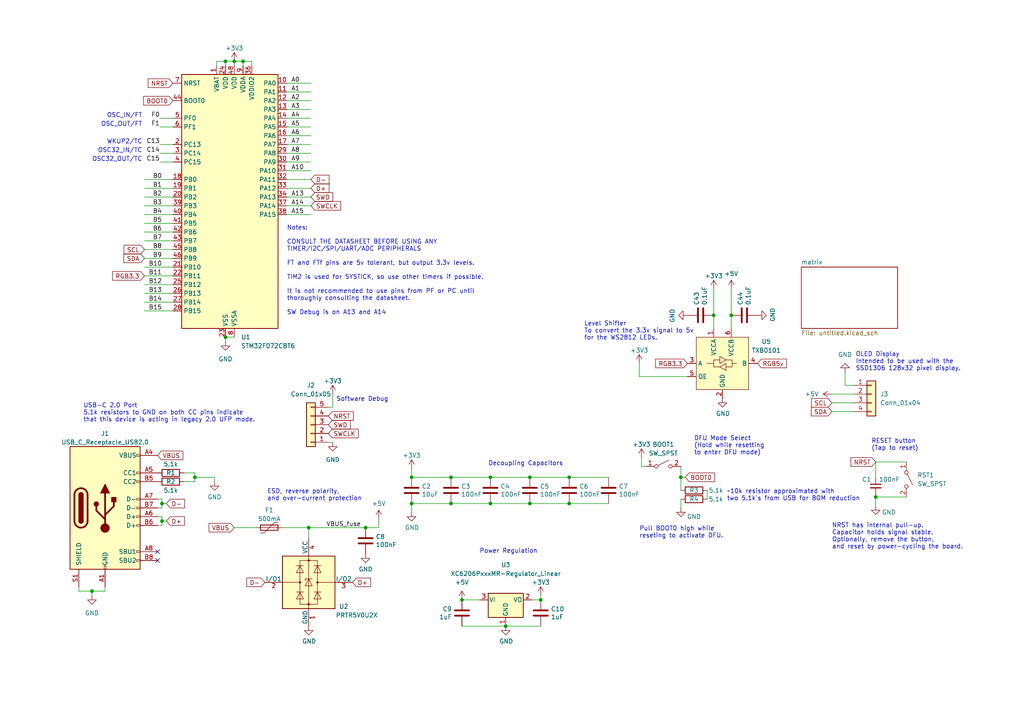
<source format=kicad_sch>
(kicad_sch (version 20231120) (generator "eeschema") (generator_version "8.0")
  (paper "A4")
  (lib_symbols
    (symbol "+5V_1" (power) (pin_names (offset 0))
      (property "Value" "+5V_1" (at 0 3.556 0))
      (symbol "+5V_1_0_1"
        (polyline (pts (xy -0.762 1.27) (xy 0 2.54)))
        (polyline (pts (xy 0 0) (xy 0 2.54)))
        (polyline (pts (xy 0 2.54) (xy 0.762 1.27)))
      )
      (symbol "+5V_1_1_1"
        (pin power_in line (at 0 0 90) (length 0) hide (name "+5V") (number "1"))
      )
    )
    (symbol "Connector:USB_C_Receptacle_USB2.0" (pin_names (offset 1.016))
      (property "Reference" "J" (at -10.16 19.05 0))
      (property "Value" "USB_C_Receptacle_USB2.0" (at 19.05 19.05 0))
      (symbol "USB_C_Receptacle_USB2.0_0_0"
        (rectangle (start -0.254 -17.78) (end 0.254 -16.764))
        (rectangle (start 10.16 -14.986) (end 9.144 -15.494))
        (rectangle (start 10.16 -12.446) (end 9.144 -12.954))
        (rectangle (start 10.16 -4.826) (end 9.144 -5.334))
        (rectangle (start 10.16 -2.286) (end 9.144 -2.794))
        (rectangle (start 10.16 0.254) (end 9.144 -0.254))
        (rectangle (start 10.16 2.794) (end 9.144 2.286))
        (rectangle (start 10.16 7.874) (end 9.144 7.366))
        (rectangle (start 10.16 10.414) (end 9.144 9.906))
        (rectangle (start 10.16 15.494) (end 9.144 14.986))
      )
      (symbol "USB_C_Receptacle_USB2.0_0_1"
        (rectangle (start -10.16 17.78) (end 10.16 -17.78) (stroke (width 0.254)) (fill (type background)))
        (arc (start -8.89 -3.81) (mid -6.985 -5.7067) (end -5.08 -3.81) (stroke (width 0.508)))
        (arc (start -7.62 -3.81) (mid -6.985 -4.4423) (end -6.35 -3.81) (stroke (width 0.254)))
        (arc (start -7.62 -3.81) (mid -6.985 -4.4423) (end -6.35 -3.81) (stroke (width 0.254)) (fill (type outline)))
        (rectangle (start -7.62 -3.81) (end -6.35 3.81) (stroke (width 0.254)) (fill (type outline)))
        (arc (start -6.35 3.81) (mid -6.985 4.4423) (end -7.62 3.81) (stroke (width 0.254)))
        (arc (start -6.35 3.81) (mid -6.985 4.4423) (end -7.62 3.81) (stroke (width 0.254)) (fill (type outline)))
        (arc (start -5.08 3.81) (mid -6.985 5.7067) (end -8.89 3.81) (stroke (width 0.508)))
        (circle (center -2.54 1.143) (radius 0.635) (stroke (width 0.254)) (fill (type outline)))
        (circle (center 0 -5.842) (radius 1.27) (fill (type outline)))
        (polyline (pts (xy -8.89 -3.81) (xy -8.89 3.81)) (stroke (width 0.508)))
        (polyline (pts (xy -5.08 3.81) (xy -5.08 -3.81)) (stroke (width 0.508)))
        (polyline (pts (xy 0 -5.842) (xy 0 4.318)) (stroke (width 0.508)))
        (polyline (pts (xy 0 -3.302) (xy -2.54 -0.762) (xy -2.54 0.508)) (stroke (width 0.508)))
        (polyline (pts (xy 0 -2.032) (xy 2.54 0.508) (xy 2.54 1.778)) (stroke (width 0.508)))
        (polyline (pts (xy -1.27 4.318) (xy 0 6.858) (xy 1.27 4.318) (xy -1.27 4.318)) (stroke (width 0.254)) (fill (type outline)))
        (rectangle (start 1.905 1.778) (end 3.175 3.048) (stroke (width 0.254)) (fill (type outline)))
      )
      (symbol "USB_C_Receptacle_USB2.0_1_1"
        (pin passive line (at 0 -22.86 90) (length 5.08) (name "GND") (number "A1"))
        (pin passive line (at 0 -22.86 90) (length 5.08) hide (name "GND") (number "A12"))
        (pin passive line (at 15.24 15.24 180) (length 5.08) (name "VBUS") (number "A4"))
        (pin bidirectional line (at 15.24 10.16 180) (length 5.08) (name "CC1") (number "A5"))
        (pin bidirectional line (at 15.24 -2.54 180) (length 5.08) (name "D+") (number "A6"))
        (pin bidirectional line (at 15.24 2.54 180) (length 5.08) (name "D-") (number "A7"))
        (pin bidirectional line (at 15.24 -12.7 180) (length 5.08) (name "SBU1") (number "A8"))
        (pin passive line (at 15.24 15.24 180) (length 5.08) hide (name "VBUS") (number "A9"))
        (pin passive line (at 0 -22.86 90) (length 5.08) hide (name "GND") (number "B1"))
        (pin passive line (at 0 -22.86 90) (length 5.08) hide (name "GND") (number "B12"))
        (pin passive line (at 15.24 15.24 180) (length 5.08) hide (name "VBUS") (number "B4"))
        (pin bidirectional line (at 15.24 7.62 180) (length 5.08) (name "CC2") (number "B5"))
        (pin bidirectional line (at 15.24 -5.08 180) (length 5.08) (name "D+") (number "B6"))
        (pin bidirectional line (at 15.24 0 180) (length 5.08) (name "D-") (number "B7"))
        (pin bidirectional line (at 15.24 -15.24 180) (length 5.08) (name "SBU2") (number "B8"))
        (pin passive line (at 15.24 15.24 180) (length 5.08) hide (name "VBUS") (number "B9"))
        (pin passive line (at -7.62 -22.86 90) (length 5.08) (name "SHIELD") (number "S1"))
      )
    )
    (symbol "Connector_Generic:Conn_01x04" (pin_names (offset 1.016) hide)
      (property "Reference" "J" (at 0 5.08 0))
      (property "Value" "Conn_01x04" (at 0 -7.62 0))
      (symbol "Conn_01x04_1_1"
        (rectangle (start -1.27 -4.953) (end 0 -5.207) (stroke (width 0.1524)))
        (rectangle (start -1.27 -2.413) (end 0 -2.667) (stroke (width 0.1524)))
        (rectangle (start -1.27 0.127) (end 0 -0.127) (stroke (width 0.1524)))
        (rectangle (start -1.27 2.667) (end 0 2.413) (stroke (width 0.1524)))
        (rectangle (start -1.27 3.81) (end 1.27 -6.35) (stroke (width 0.254)) (fill (type background)))
        (pin passive line (at -5.08 2.54 0) (length 3.81) (name "Pin_1") (number "1"))
        (pin passive line (at -5.08 0 0) (length 3.81) (name "Pin_2") (number "2"))
        (pin passive line (at -5.08 -2.54 0) (length 3.81) (name "Pin_3") (number "3"))
        (pin passive line (at -5.08 -5.08 0) (length 3.81) (name "Pin_4") (number "4"))
      )
    )
    (symbol "Connector_Generic:Conn_01x05" (pin_names (offset 1.016) hide)
      (property "Reference" "J" (at 0 7.62 0))
      (property "Value" "Conn_01x05" (at 0 -7.62 0))
      (symbol "Conn_01x05_1_1"
        (rectangle (start -1.27 -4.953) (end 0 -5.207) (stroke (width 0.1524)))
        (rectangle (start -1.27 -2.413) (end 0 -2.667) (stroke (width 0.1524)))
        (rectangle (start -1.27 0.127) (end 0 -0.127) (stroke (width 0.1524)))
        (rectangle (start -1.27 2.667) (end 0 2.413) (stroke (width 0.1524)))
        (rectangle (start -1.27 5.207) (end 0 4.953) (stroke (width 0.1524)))
        (rectangle (start -1.27 6.35) (end 1.27 -6.35) (stroke (width 0.254)) (fill (type background)))
        (pin passive line (at -5.08 5.08 0) (length 3.81) (name "Pin_1") (number "1"))
        (pin passive line (at -5.08 2.54 0) (length 3.81) (name "Pin_2") (number "2"))
        (pin passive line (at -5.08 0 0) (length 3.81) (name "Pin_3") (number "3"))
        (pin passive line (at -5.08 -2.54 0) (length 3.81) (name "Pin_4") (number "4"))
        (pin passive line (at -5.08 -5.08 0) (length 3.81) (name "Pin_5") (number "5"))
      )
    )
    (symbol "Device:C" (pin_numbers hide) (pin_names (offset 0.254))
      (property "Reference" "C" (at 0.635 2.54 0))
      (property "Value" "C" (at 0.635 -2.54 0))
      (symbol "C_0_1"
        (polyline (pts (xy -2.032 -0.762) (xy 2.032 -0.762)) (stroke (width 0.508)))
        (polyline (pts (xy -2.032 0.762) (xy 2.032 0.762)) (stroke (width 0.508)))
      )
      (symbol "C_1_1"
        (pin passive line (at 0 3.81 270) (length 2.794) (name "~") (number "1"))
        (pin passive line (at 0 -3.81 90) (length 2.794) (name "~") (number "2"))
      )
    )
    (symbol "Device:C_Small" (pin_numbers hide) (pin_names (offset 0.254) hide)
      (property "Reference" "C" (at 0.254 1.778 0))
      (property "Value" "C_Small" (at 0.254 -2.032 0))
      (symbol "C_Small_0_1"
        (polyline (pts (xy -1.524 -0.508) (xy 1.524 -0.508)) (stroke (width 0.3302)))
        (polyline (pts (xy -1.524 0.508) (xy 1.524 0.508)) (stroke (width 0.3048)))
      )
      (symbol "C_Small_1_1"
        (pin passive line (at 0 2.54 270) (length 2.032) (name "~") (number "1"))
        (pin passive line (at 0 -2.54 90) (length 2.032) (name "~") (number "2"))
      )
    )
    (symbol "Device:Polyfuse" (pin_numbers hide) (pin_names (offset 0))
      (property "Reference" "F" (at -2.54 0 90))
      (property "Value" "Polyfuse" (at 2.54 0 90))
      (symbol "Polyfuse_0_1"
        (rectangle (start -0.762 2.54) (end 0.762 -2.54) (stroke (width 0.254)))
        (polyline (pts (xy 0 2.54) (xy 0 -2.54)))
        (polyline (pts (xy -1.524 2.54) (xy -1.524 1.524) (xy 1.524 -1.524) (xy 1.524 -2.54)))
      )
      (symbol "Polyfuse_1_1"
        (pin passive line (at 0 3.81 270) (length 1.27) (name "~") (number "1"))
        (pin passive line (at 0 -3.81 90) (length 1.27) (name "~") (number "2"))
      )
    )
    (symbol "Device:R" (pin_numbers hide) (pin_names (offset 0))
      (property "Reference" "R" (at 2.032 0 90))
      (property "Value" "R" (at 0 0 90))
      (symbol "R_0_1"
        (rectangle (start -1.016 -2.54) (end 1.016 2.54) (stroke (width 0.254)))
      )
      (symbol "R_1_1"
        (pin passive line (at 0 3.81 270) (length 1.27) (name "~") (number "1"))
        (pin passive line (at 0 -3.81 90) (length 1.27) (name "~") (number "2"))
      )
    )
    (symbol "MCU_ST_STM32F0:STM32F072CBTx"
      (property "Reference" "U" (at -12.7 39.37 0))
      (property "Value" "STM32F072CBTx" (at 10.16 39.37 0))
      (symbol "STM32F072CBTx_0_1"
        (rectangle (start -12.7 -35.56) (end 15.24 38.1) (stroke (width 0.254)) (fill (type background)))
      )
      (symbol "STM32F072CBTx_1_1"
        (pin power_in line (at -2.54 40.64 270) (length 2.54) (name "VBAT") (number "1"))
        (pin bidirectional line (at 17.78 35.56 180) (length 2.54) (name "PA0") (number "10"))
        (pin bidirectional line (at 17.78 33.02 180) (length 2.54) (name "PA1") (number "11"))
        (pin bidirectional line (at 17.78 30.48 180) (length 2.54) (name "PA2") (number "12"))
        (pin bidirectional line (at 17.78 27.94 180) (length 2.54) (name "PA3") (number "13"))
        (pin bidirectional line (at 17.78 25.4 180) (length 2.54) (name "PA4") (number "14"))
        (pin bidirectional line (at 17.78 22.86 180) (length 2.54) (name "PA5") (number "15"))
        (pin bidirectional line (at 17.78 20.32 180) (length 2.54) (name "PA6") (number "16"))
        (pin bidirectional line (at 17.78 17.78 180) (length 2.54) (name "PA7") (number "17"))
        (pin bidirectional line (at -15.24 7.62 0) (length 2.54) (name "PB0") (number "18"))
        (pin bidirectional line (at -15.24 5.08 0) (length 2.54) (name "PB1") (number "19"))
        (pin bidirectional line (at -15.24 17.78 0) (length 2.54) (name "PC13") (number "2"))
        (pin bidirectional line (at -15.24 2.54 0) (length 2.54) (name "PB2") (number "20"))
        (pin bidirectional line (at -15.24 -17.78 0) (length 2.54) (name "PB10") (number "21"))
        (pin bidirectional line (at -15.24 -20.32 0) (length 2.54) (name "PB11") (number "22"))
        (pin power_in line (at 0 -38.1 90) (length 2.54) (name "VSS") (number "23"))
        (pin power_in line (at 0 40.64 270) (length 2.54) (name "VDD") (number "24"))
        (pin bidirectional line (at -15.24 -22.86 0) (length 2.54) (name "PB12") (number "25"))
        (pin bidirectional line (at -15.24 -25.4 0) (length 2.54) (name "PB13") (number "26"))
        (pin bidirectional line (at -15.24 -27.94 0) (length 2.54) (name "PB14") (number "27"))
        (pin bidirectional line (at -15.24 -30.48 0) (length 2.54) (name "PB15") (number "28"))
        (pin bidirectional line (at 17.78 15.24 180) (length 2.54) (name "PA8") (number "29"))
        (pin bidirectional line (at -15.24 15.24 0) (length 2.54) (name "PC14") (number "3"))
        (pin bidirectional line (at 17.78 12.7 180) (length 2.54) (name "PA9") (number "30"))
        (pin bidirectional line (at 17.78 10.16 180) (length 2.54) (name "PA10") (number "31"))
        (pin bidirectional line (at 17.78 7.62 180) (length 2.54) (name "PA11") (number "32"))
        (pin bidirectional line (at 17.78 5.08 180) (length 2.54) (name "PA12") (number "33"))
        (pin bidirectional line (at 17.78 2.54 180) (length 2.54) (name "PA13") (number "34"))
        (pin passive line (at 0 -38.1 90) (length 2.54) hide (name "VSS") (number "35"))
        (pin power_in line (at 7.62 40.64 270) (length 2.54) (name "VDDIO2") (number "36"))
        (pin bidirectional line (at 17.78 0 180) (length 2.54) (name "PA14") (number "37"))
        (pin bidirectional line (at 17.78 -2.54 180) (length 2.54) (name "PA15") (number "38"))
        (pin bidirectional line (at -15.24 0 0) (length 2.54) (name "PB3") (number "39"))
        (pin bidirectional line (at -15.24 12.7 0) (length 2.54) (name "PC15") (number "4"))
        (pin bidirectional line (at -15.24 -2.54 0) (length 2.54) (name "PB4") (number "40"))
        (pin bidirectional line (at -15.24 -5.08 0) (length 2.54) (name "PB5") (number "41"))
        (pin bidirectional line (at -15.24 -7.62 0) (length 2.54) (name "PB6") (number "42"))
        (pin bidirectional line (at -15.24 -10.16 0) (length 2.54) (name "PB7") (number "43"))
        (pin input line (at -15.24 30.48 0) (length 2.54) (name "BOOT0") (number "44"))
        (pin bidirectional line (at -15.24 -12.7 0) (length 2.54) (name "PB8") (number "45"))
        (pin bidirectional line (at -15.24 -15.24 0) (length 2.54) (name "PB9") (number "46"))
        (pin passive line (at 0 -38.1 90) (length 2.54) hide (name "VSS") (number "47"))
        (pin power_in line (at 2.54 40.64 270) (length 2.54) (name "VDD") (number "48"))
        (pin bidirectional line (at -15.24 25.4 0) (length 2.54) (name "PF0") (number "5"))
        (pin bidirectional line (at -15.24 22.86 0) (length 2.54) (name "PF1") (number "6"))
        (pin input line (at -15.24 35.56 0) (length 2.54) (name "NRST") (number "7"))
        (pin power_in line (at 2.54 -38.1 90) (length 2.54) (name "VSSA") (number "8"))
        (pin power_in line (at 5.08 40.64 270) (length 2.54) (name "VDDA") (number "9"))
      )
    )
    (symbol "PCM_marbastlib-various:TXB0101"
      (property "Reference" "U" (at -6.35 11.43 0))
      (property "Value" "TXB0101" (at 3.81 11.43 0))
      (symbol "TXB0101_0_1"
        (rectangle (start -7.62 10.16) (end 7.62 -5.08) (fill (type background)))
        (polyline (pts (xy -2.54 2.54) (xy -2.54 3.556) (xy -0.762 3.556)))
        (polyline (pts (xy 2.794 2.54) (xy 2.794 1.524) (xy 1.016 1.524)))
        (polyline (pts (xy -0.762 1.524) (xy -2.54 1.524) (xy -2.54 2.54) (xy -4.572 2.54)))
        (polyline (pts (xy -0.762 2.54) (xy -0.762 4.572) (xy 1.016 3.556) (xy -0.762 2.54)))
        (polyline (pts (xy 1.016 3.556) (xy 2.794 3.556) (xy 2.794 2.54) (xy 4.064 2.54)))
        (polyline (pts (xy 1.016 2.54) (xy 1.016 0.762) (xy 1.016 0.508) (xy -0.762 1.524) (xy 1.016 2.54)))
      )
      (symbol "TXB0101_1_1"
        (pin power_in line (at -2.54 12.7 270) (length 2.54) (name "VCCA") (number "1"))
        (pin power_in line (at 0 -7.62 90) (length 2.54) (name "GND") (number "2"))
        (pin bidirectional line (at -10.16 2.54 0) (length 2.54) (name "A") (number "3"))
        (pin bidirectional line (at 10.16 2.54 180) (length 2.54) (name "B") (number "4"))
        (pin input line (at -10.16 -1.27 0) (length 2.54) (name "OE") (number "5"))
        (pin power_in line (at 2.54 12.7 270) (length 2.54) (name "VCCB") (number "6"))
      )
    )
    (symbol "Power_Protection:PRTR5V0U2X" (pin_names (offset 0))
      (property "Reference" "D" (at 2.794 8.636 0))
      (property "Value" "PRTR5V0U2X" (at 8.128 -9.398 0))
      (symbol "PRTR5V0U2X_0_1"
        (rectangle (start -7.62 -7.62) (end 7.62 7.62) (stroke (width 0.254)) (fill (type background)))
        (circle (center -2.54 0) (radius 0.254) (fill (type outline)))
        (rectangle (start -2.54 6.35) (end 2.54 -6.35))
        (circle (center 0 -6.35) (radius 0.254) (fill (type outline)))
        (polyline (pts (xy -2.54 0) (xy -7.62 0)))
        (polyline (pts (xy -1.524 -2.794) (xy -3.556 -2.794)))
        (polyline (pts (xy -1.524 4.826) (xy -3.556 4.826)))
        (polyline (pts (xy 0 -7.62) (xy 0 7.62)))
        (polyline (pts (xy 1.524 -2.794) (xy 3.556 -2.794)))
        (polyline (pts (xy 1.524 4.826) (xy 3.556 4.826)))
        (polyline (pts (xy 2.54 0) (xy 7.62 0)))
        (polyline (pts (xy 1.016 1.016) (xy -1.016 1.016) (xy -1.016 0.508)))
        (polyline (pts (xy -3.556 -4.826) (xy -1.524 -4.826) (xy -2.54 -2.794) (xy -3.556 -4.826)))
        (polyline (pts (xy -3.556 2.794) (xy -1.524 2.794) (xy -2.54 4.826) (xy -3.556 2.794)))
        (polyline (pts (xy -1.016 -1.016) (xy 1.016 -1.016) (xy 0 1.016) (xy -1.016 -1.016)))
        (polyline (pts (xy 3.556 -4.826) (xy 1.524 -4.826) (xy 2.54 -2.794) (xy 3.556 -4.826)))
        (polyline (pts (xy 3.556 2.794) (xy 1.524 2.794) (xy 2.54 4.826) (xy 3.556 2.794)))
        (circle (center 0 6.35) (radius 0.254) (fill (type outline)))
        (circle (center 2.54 0) (radius 0.254) (fill (type outline)))
      )
      (symbol "PRTR5V0U2X_1_1"
        (pin passive line (at 0 -12.7 90) (length 5.08) (name "GND") (number "1"))
        (pin passive line (at -12.7 0 0) (length 5.08) (name "I/O1") (number "2"))
        (pin passive line (at 12.7 0 180) (length 5.08) (name "I/O2") (number "3"))
        (pin passive line (at 0 12.7 270) (length 5.08) (name "VCC") (number "4"))
      )
    )
    (symbol "Switch:SW_SPST" (pin_names (offset 0) hide)
      (property "Reference" "SW" (at 0 3.175 0))
      (property "Value" "SW_SPST" (at 0 -2.54 0))
      (symbol "SW_SPST_0_0"
        (circle (center -2.032 0) (radius 0.508))
        (polyline (pts (xy -1.524 0.254) (xy 1.524 1.778)))
        (circle (center 2.032 0) (radius 0.508))
      )
      (symbol "SW_SPST_1_1"
        (pin passive line (at -5.08 0 0) (length 2.54) (name "A") (number "1"))
        (pin passive line (at 5.08 0 180) (length 2.54) (name "B") (number "2"))
      )
    )
    (symbol "kicad-keyboard-parts:XC6206PxxxMR-Regulator_Linear" (pin_names (offset 0.254))
      (property "Reference" "U" (at -3.81 3.175 0))
      (property "Value" "XC6206PxxxMR-Regulator_Linear" (at 0 3.175 0))
      (property "LCSC" "C5446" (at 0 0 0))
      (symbol "XC6206PxxxMR-Regulator_Linear_0_1"
        (rectangle (start -5.08 1.905) (end 5.08 -5.08) (stroke (width 0.254)) (fill (type background)))
      )
      (symbol "XC6206PxxxMR-Regulator_Linear_1_1"
        (pin power_in line (at 0 -7.62 90) (length 2.54) (name "GND") (number "1"))
        (pin power_out line (at 7.62 0 180) (length 2.54) (name "VO") (number "2"))
        (pin power_in line (at -7.62 0 0) (length 2.54) (name "VI") (number "3"))
      )
    )
    (symbol "power:+3V3" (power) (pin_names (offset 0))
      (property "Value" "+3V3" (at 0 3.556 0))
      (symbol "+3V3_0_1"
        (polyline (pts (xy -0.762 1.27) (xy 0 2.54)))
        (polyline (pts (xy 0 0) (xy 0 2.54)))
        (polyline (pts (xy 0 2.54) (xy 0.762 1.27)))
      )
      (symbol "+3V3_1_1"
        (pin power_in line (at 0 0 90) (length 0) hide (name "+3V3") (number "1"))
      )
    )
    (symbol "power:+5V" (power) (pin_names (offset 0))
      (property "Value" "+5V" (at 0 3.556 0))
      (symbol "+5V_0_1"
        (polyline (pts (xy -0.762 1.27) (xy 0 2.54)))
        (polyline (pts (xy 0 0) (xy 0 2.54)))
        (polyline (pts (xy 0 2.54) (xy 0.762 1.27)))
      )
      (symbol "+5V_1_1"
        (pin power_in line (at 0 0 90) (length 0) hide (name "+5V") (number "1"))
      )
    )
    (symbol "power:GND" (power) (pin_names (offset 0))
      (property "Value" "GND" (at 0 -3.81 0))
      (symbol "GND_0_1"
        (polyline (pts (xy 0 0) (xy 0 -1.27) (xy 1.27 -1.27) (xy 0 -2.54) (xy -1.27 -1.27) (xy 0 -1.27)))
      )
      (symbol "GND_1_1"
        (pin power_in line (at 0 0 270) (length 0) hide (name "GND") (number "1"))
      )
    )
  )
  (junction (at 119.38 138.43))
  (junction (at 207.01 91.44))
  (junction (at 56.515 138.43))
  (junction (at 65.405 17.78))
  (junction (at 67.945 17.78))
  (junction (at 46.99 151.13))
  (junction (at 46.99 146.05))
  (junction (at 153.67 138.43))
  (junction (at 89.535 153.035))
  (junction (at 119.38 146.05))
  (junction (at 65.405 97.79))
  (junction (at 130.81 138.43))
  (junction (at 165.1 138.43))
  (junction (at 130.81 146.05))
  (junction (at 197.485 138.43))
  (junction (at 212.09 91.44))
  (junction (at 142.24 138.43))
  (junction (at 146.685 181.61) (diameter 0.9144))
  (junction (at 142.24 146.05))
  (junction (at 106.045 153.035))
  (junction (at 165.1 146.05))
  (junction (at 70.485 17.78))
  (junction (at 153.67 146.05))
  (junction (at 254 144.145))
  (junction (at 156.845 173.99))
  (junction (at 26.67 171.45))
  (junction (at 133.985 173.99))
  (no_connect (at 45.72 160.02))
  (no_connect (at 45.72 162.56))
  (wire (pts (xy 41.91 82.55) (xy 50.165 82.55)))
  (wire (pts (xy 83.185 44.45) (xy 90.17 44.45)))
  (wire (pts (xy 83.185 39.37) (xy 90.17 39.37)))
  (wire (pts (xy 165.1 146.05) (xy 176.53 146.05)))
  (wire (pts (xy 106.045 153.035) (xy 109.855 153.035)))
  (wire (pts (xy 119.38 135.89) (xy 119.38 138.43)))
  (wire (pts (xy 109.855 150.495) (xy 109.855 153.035)))
  (wire (pts (xy 41.91 85.09) (xy 50.165 85.09)))
  (wire (pts (xy 142.24 138.43) (xy 130.81 138.43)))
  (wire (pts (xy 46.99 144.78) (xy 46.99 146.05)))
  (wire (pts (xy 62.23 138.43) (xy 62.23 139.7)))
  (wire (pts (xy 207.01 83.82) (xy 207.01 91.44)))
  (wire (pts (xy 83.185 57.15) (xy 90.17 57.15)))
  (wire (pts (xy 46.99 152.4) (xy 46.99 151.13)))
  (wire (pts (xy 46.355 44.45) (xy 50.165 44.45)))
  (wire (pts (xy 130.81 138.43) (xy 119.38 138.43)))
  (wire (pts (xy 142.24 146.05) (xy 153.67 146.05)))
  (wire (pts (xy 96.52 114.3) (xy 96.52 118.11)))
  (wire (pts (xy 65.405 17.78) (xy 65.405 19.05)))
  (wire (pts (xy 119.38 148.59) (xy 119.38 146.05)))
  (wire (pts (xy 83.185 54.61) (xy 90.17 54.61)))
  (wire (pts (xy 185.42 109.22) (xy 199.39 109.22)))
  (wire (pts (xy 41.91 59.69) (xy 50.165 59.69)))
  (wire (pts (xy 46.355 36.83) (xy 50.165 36.83)))
  (wire (pts (xy 56.515 139.7) (xy 56.515 138.43)))
  (wire (pts (xy 41.91 72.39) (xy 50.165 72.39)))
  (wire (pts (xy 46.355 46.99) (xy 50.165 46.99)))
  (wire (pts (xy 41.91 69.85) (xy 50.165 69.85)))
  (wire (pts (xy 146.685 181.61) (xy 156.845 181.61)))
  (wire (pts (xy 197.485 135.255) (xy 197.485 138.43)))
  (wire (pts (xy 65.405 99.06) (xy 65.405 97.79)))
  (wire (pts (xy 45.72 149.86) (xy 46.99 149.86)))
  (wire (pts (xy 56.515 138.43) (xy 62.23 138.43)))
  (wire (pts (xy 156.845 172.72) (xy 156.845 173.99)))
  (wire (pts (xy 83.185 62.23) (xy 90.17 62.23)))
  (wire (pts (xy 65.405 97.79) (xy 67.945 97.79)))
  (wire (pts (xy 241.3 119.38) (xy 247.65 119.38)))
  (wire (pts (xy 83.185 49.53) (xy 90.17 49.53)))
  (wire (pts (xy 153.67 138.43) (xy 165.1 138.43)))
  (wire (pts (xy 96.52 118.11) (xy 95.25 118.11)))
  (wire (pts (xy 62.865 17.78) (xy 65.405 17.78)))
  (wire (pts (xy 83.185 34.29) (xy 90.17 34.29)))
  (wire (pts (xy 41.91 80.01) (xy 50.165 80.01)))
  (wire (pts (xy 205.105 142.24) (xy 205.105 144.78)))
  (wire (pts (xy 41.91 87.63) (xy 50.165 87.63)))
  (wire (pts (xy 41.91 57.15) (xy 50.165 57.15)))
  (wire (pts (xy 46.99 146.05) (xy 46.99 147.32)))
  (wire (pts (xy 83.185 59.69) (xy 90.17 59.69)))
  (wire (pts (xy 65.405 17.78) (xy 67.945 17.78)))
  (wire (pts (xy 185.42 109.22) (xy 185.42 105.41)))
  (wire (pts (xy 212.09 83.82) (xy 212.09 91.44)))
  (wire (pts (xy 62.865 17.78) (xy 62.865 19.05)))
  (wire (pts (xy 46.355 41.91) (xy 50.165 41.91)))
  (wire (pts (xy 133.985 173.99) (xy 139.065 173.99)))
  (wire (pts (xy 154.305 173.99) (xy 156.845 173.99)))
  (wire (pts (xy 67.945 153.035) (xy 74.295 153.035)))
  (wire (pts (xy 142.24 146.05) (xy 130.81 146.05)))
  (wire (pts (xy 41.91 54.61) (xy 50.165 54.61)))
  (wire (pts (xy 254 133.985) (xy 254 138.43)))
  (wire (pts (xy 197.485 138.43) (xy 197.485 142.24)))
  (wire (pts (xy 45.72 147.32) (xy 46.99 147.32)))
  (wire (pts (xy 197.485 144.78) (xy 197.485 147.32)))
  (wire (pts (xy 254 133.985) (xy 262.89 133.985)))
  (wire (pts (xy 130.81 146.05) (xy 119.38 146.05)))
  (wire (pts (xy 83.185 24.13) (xy 90.17 24.13)))
  (wire (pts (xy 254 144.145) (xy 262.89 144.145)))
  (wire (pts (xy 30.48 171.45) (xy 30.48 170.18)))
  (wire (pts (xy 46.99 149.86) (xy 46.99 151.13)))
  (wire (pts (xy 241.3 114.3) (xy 247.65 114.3)))
  (wire (pts (xy 95.25 128.27) (xy 96.52 128.27)))
  (wire (pts (xy 83.185 29.21) (xy 90.17 29.21)))
  (wire (pts (xy 22.86 171.45) (xy 26.67 171.45)))
  (wire (pts (xy 89.535 153.035) (xy 106.045 153.035)))
  (wire (pts (xy 83.185 46.99) (xy 90.17 46.99)))
  (wire (pts (xy 142.24 138.43) (xy 153.67 138.43)))
  (wire (pts (xy 197.485 138.43) (xy 198.755 138.43)))
  (wire (pts (xy 46.99 146.05) (xy 48.26 146.05)))
  (wire (pts (xy 70.485 17.78) (xy 67.945 17.78)))
  (wire (pts (xy 41.91 67.31) (xy 50.165 67.31)))
  (wire (pts (xy 46.99 151.13) (xy 48.26 151.13)))
  (wire (pts (xy 73.025 17.78) (xy 73.025 19.05)))
  (wire (pts (xy 83.185 36.83) (xy 90.17 36.83)))
  (wire (pts (xy 247.65 111.76) (xy 245.11 111.76)))
  (wire (pts (xy 41.91 52.07) (xy 50.165 52.07)))
  (wire (pts (xy 146.685 181.61) (xy 133.985 181.61)))
  (wire (pts (xy 41.91 90.17) (xy 50.165 90.17)))
  (wire (pts (xy 41.91 74.93) (xy 50.165 74.93)))
  (wire (pts (xy 45.72 144.78) (xy 46.99 144.78)))
  (wire (pts (xy 83.185 31.75) (xy 90.17 31.75)))
  (wire (pts (xy 67.945 17.78) (xy 67.945 19.05)))
  (wire (pts (xy 187.325 135.255) (xy 186.055 135.255)))
  (wire (pts (xy 165.1 138.43) (xy 176.53 138.43)))
  (wire (pts (xy 26.67 171.45) (xy 30.48 171.45)))
  (wire (pts (xy 45.72 152.4) (xy 46.99 152.4)))
  (wire (pts (xy 207.01 91.44) (xy 207.01 95.25)))
  (wire (pts (xy 83.185 52.07) (xy 90.17 52.07)))
  (wire (pts (xy 46.355 34.29) (xy 50.165 34.29)))
  (wire (pts (xy 26.67 172.72) (xy 26.67 171.45)))
  (wire (pts (xy 41.91 77.47) (xy 50.165 77.47)))
  (wire (pts (xy 245.11 111.76) (xy 245.11 107.95)))
  (wire (pts (xy 70.485 17.78) (xy 70.485 19.05)))
  (wire (pts (xy 186.055 135.255) (xy 186.055 132.715)))
  (wire (pts (xy 53.34 139.7) (xy 56.515 139.7)))
  (wire (pts (xy 83.185 41.91) (xy 90.17 41.91)))
  (wire (pts (xy 153.67 146.05) (xy 165.1 146.05)))
  (wire (pts (xy 22.86 170.18) (xy 22.86 171.45)))
  (wire (pts (xy 254 144.145) (xy 254 143.51)))
  (wire (pts (xy 212.09 91.44) (xy 212.09 95.25)))
  (wire (pts (xy 53.34 137.16) (xy 56.515 137.16)))
  (wire (pts (xy 41.91 62.23) (xy 50.165 62.23)))
  (wire (pts (xy 254 146.685) (xy 254 144.145)))
  (wire (pts (xy 89.535 153.035) (xy 89.535 156.21)))
  (wire (pts (xy 241.3 116.84) (xy 247.65 116.84)))
  (wire (pts (xy 81.915 153.035) (xy 89.535 153.035)))
  (wire (pts (xy 56.515 138.43) (xy 56.515 137.16)))
  (wire (pts (xy 83.185 26.67) (xy 90.17 26.67)))
  (wire (pts (xy 41.91 64.77) (xy 50.165 64.77)))
  (wire (pts (xy 70.485 17.78) (xy 73.025 17.78)))
  (text "Decoupling Capacitors" (at 141.605 135.255 0) (effects (font (size 1.27 1.27)) (justify left bottom)))
  (text "~10k resistor approximated with\ntwo 5.1k's from USB for BOM reduction" (at 210.82 145.415 0) (effects (font (size 1.27 1.27)) (justify left bottom)))
  (text "Notes:\n\nCONSULT THE DATASHEET BEFORE USING ANY \nTIMER/I2C/SPI/UART/ADC PERIPHERALS\n\nFT and FTf pins are 5v tolerant, but output 3.3v levels.\n\nTIM2 is used for SYSTICK, so use other timers if possible.\n\nIt is not recommended to use pins from PF or PC until\nthoroughly consulting the datasheet.\n\nSW Debug is on A13 and A14" (at 83.185 91.44 0) (effects (font (size 1.27 1.27)) (justify left bottom)))
  (text "RESET button\n(Tap to reset)" (at 252.73 130.81 0) (effects (font (size 1.27 1.27)) (justify left bottom)))
  (text "Power Regulation" (at 139.065 160.655 0) (effects (font (size 1.27 1.27)) (justify left bottom)))
  (text "OSC_IN/FT" (at 41.275 34.29 0) (effects (font (size 1.27 1.27)) (justify right bottom)))
  (text "OLED Display\nIntended to be used with the \nSSD1306 128x32 pixel display." (at 248.158 107.696 0) (effects (font (size 1.27 1.27)) (justify left bottom)))
  (text "OSC32_OUT/TC" (at 41.275 46.99 0) (effects (font (size 1.27 1.27)) (justify right bottom)))
  (text "USB-C 2.0 Port\n5.1k resistors to GND on both CC pins indicate\nthat this device is acting in legacy 2.0 UFP mode." (at 24.13 122.555 0) (effects (font (size 1.27 1.27)) (justify left bottom)))
  (text "WKUP2/TC" (at 41.275 41.91 0) (effects (font (size 1.27 1.27)) (justify right bottom)))
  (text "OSC_OUT/FT" (at 41.275 36.83 0) (effects (font (size 1.27 1.27)) (justify right bottom)))
  (text "ESD, reverse polarity,\nand over-current protection" (at 77.47 145.415 0) (effects (font (size 1.27 1.27)) (justify left bottom)))
  (text "Software Debug" (at 97.536 116.586 0) (effects (font (size 1.27 1.27)) (justify left bottom)))
  (text "NRST has internal pull-up.\nCapacitor holds signal stable.\nOptionally, remove the button,\nand reset by power-cycling the board." (at 241.3 159.385 0) (effects (font (size 1.27 1.27)) (justify left bottom)))
  (text "OSC32_IN/TC" (at 41.275 44.45 0) (effects (font (size 1.27 1.27)) (justify right bottom)))
  (text "Pull BOOT0 high while \nreseting to activate DFU." (at 185.42 156.21 0) (effects (font (size 1.27 1.27)) (justify left bottom)))
  (text "Level Shifter\nTo convert the 3.3v signal to 5v\nfor the WS2812 LEDs." (at 169.418 98.806 0) (effects (font (size 1.27 1.27)) (justify left bottom)))
  (text "DFU Mode Select\n(Hold while resetting\nto enter DFU mode)" (at 201.295 132.08 0) (effects (font (size 1.27 1.27)) (justify left bottom)))
  (label "A0" (at 84.455 24.13 0))
  (label "B11" (at 46.99 80.01 180))
  (label "C13" (at 46.355 41.91 180))
  (label "A6" (at 84.455 39.37 0))
  (label "B4" (at 46.99 62.23 180))
  (label "A7" (at 84.455 41.91 0))
  (label "A4" (at 84.455 34.29 0))
  (label "B2" (at 46.99 57.15 180))
  (label "B8" (at 46.99 72.39 180))
  (label "F0" (at 46.355 34.29 180))
  (label "B13" (at 46.99 85.09 180))
  (label "A3" (at 84.455 31.75 0))
  (label "A10" (at 84.455 49.53 0))
  (label "A9" (at 84.455 46.99 0))
  (label "C14" (at 46.355 44.45 180))
  (label "A2" (at 84.455 29.21 0))
  (label "B5" (at 46.99 64.77 180))
  (label "B0" (at 46.99 52.07 180))
  (label "F1" (at 46.355 36.83 180))
  (label "C15" (at 46.355 46.99 180))
  (label "A8" (at 84.455 44.45 0))
  (label "B1" (at 46.99 54.61 180))
  (label "B7" (at 46.99 69.85 180))
  (label "B10" (at 46.99 77.47 180))
  (label "B9" (at 46.99 74.93 180))
  (label "B6" (at 46.99 67.31 180))
  (label "A13" (at 84.455 57.15 0))
  (label "VBUS_fuse" (at 94.615 153.035 0))
  (label "A1" (at 84.455 26.67 0))
  (label "B3" (at 46.99 59.69 180))
  (label "B15" (at 46.99 90.17 180))
  (label "A5" (at 84.455 36.83 0))
  (label "B14" (at 46.99 87.63 180))
  (label "A15" (at 84.455 62.23 0))
  (label "A14" (at 84.455 59.69 0))
  (label "B12" (at 46.99 82.55 180))
  (global_label "RGB5v" (shape input) (at 219.71 105.41 0) (property "Intersheetrefs" "${INTERSHEET_REFS}" (effects (hide yes))))
  (global_label "SDA" (shape input) (at 41.91 74.93 180) (property "Intersheetrefs" "${INTERSHEET_REFS}" (effects (hide yes))))
  (global_label "SWD" (shape input) (at 90.17 57.15 0) (property "Intersheetrefs" "${INTERSHEET_REFS}" (effects (hide yes))))
  (global_label "RGB3.3" (shape input) (at 199.39 105.41 180) (property "Intersheetrefs" "${INTERSHEET_REFS}" (effects (hide yes))))
  (global_label "SWCLK" (shape input) (at 95.25 125.73 0) (property "Intersheetrefs" "${INTERSHEET_REFS}" (effects (hide yes))))
  (global_label "NRST" (shape input) (at 254 133.985 180) (property "Intersheetrefs" "${INTERSHEET_REFS}" (effects (hide yes))))
  (global_label "SCL" (shape input) (at 41.91 72.39 180) (property "Intersheetrefs" "${INTERSHEET_REFS}" (effects (hide yes))))
  (global_label "VBUS" (shape input) (at 45.72 132.08 0) (property "Intersheetrefs" "${INTERSHEET_REFS}" (effects (hide yes))))
  (global_label "BOOT0" (shape input) (at 198.755 138.43 0) (property "Intersheetrefs" "${INTERSHEET_REFS}" (effects (hide yes))))
  (global_label "SDA" (shape input) (at 241.3 119.38 180) (property "Intersheetrefs" "${INTERSHEET_REFS}" (effects (hide yes))))
  (global_label "BOOT0" (shape input) (at 50.165 29.21 180) (property "Intersheetrefs" "${INTERSHEET_REFS}" (effects (hide yes))))
  (global_label "SWD" (shape input) (at 95.25 123.19 0) (property "Intersheetrefs" "${INTERSHEET_REFS}" (effects (hide yes))))
  (global_label "NRST" (shape input) (at 95.25 120.65 0) (property "Intersheetrefs" "${INTERSHEET_REFS}" (effects (hide yes))))
  (global_label "D-" (shape input) (at 48.26 146.05 0) (property "Intersheetrefs" "${INTERSHEET_REFS}" (effects (hide yes))))
  (global_label "NRST" (shape input) (at 50.165 24.13 180) (property "Intersheetrefs" "${INTERSHEET_REFS}" (effects (hide yes))))
  (global_label "SCL" (shape input) (at 241.3 116.84 180) (property "Intersheetrefs" "${INTERSHEET_REFS}" (effects (hide yes))))
  (global_label "RGB3.3" (shape input) (at 41.91 80.01 180) (property "Intersheetrefs" "${INTERSHEET_REFS}" (effects (hide yes))))
  (global_label "D-" (shape input) (at 90.17 52.07 0) (property "Intersheetrefs" "${INTERSHEET_REFS}" (effects (hide yes))))
  (global_label "SWCLK" (shape input) (at 90.17 59.69 0) (property "Intersheetrefs" "${INTERSHEET_REFS}" (effects (hide yes))))
  (global_label "D+" (shape input) (at 48.26 151.13 0) (property "Intersheetrefs" "${INTERSHEET_REFS}" (effects (hide yes))))
  (global_label "D+" (shape input) (at 102.235 168.91 0) (property "Intersheetrefs" "${INTERSHEET_REFS}" (effects (hide yes))))
  (global_label "D-" (shape input) (at 76.835 168.91 180) (property "Intersheetrefs" "${INTERSHEET_REFS}" (effects (hide yes))))
  (global_label "D+" (shape input) (at 90.17 54.61 0) (property "Intersheetrefs" "${INTERSHEET_REFS}" (effects (hide yes))))
  (global_label "VBUS" (shape input) (at 67.945 153.035 180) (property "Intersheetrefs" "${INTERSHEET_REFS}" (effects (hide yes))))
  (symbol (lib_id "power:GND") (at 146.685 181.61 0) (unit 1)
    (property "Reference" "#PWR015" (effects (hide yes)))
    (property "Value" "GND" (at 146.812 186.0042 0))
  )
  (symbol (lib_id "power:+5V") (at 133.985 173.99 0) (unit 1)
    (property "Reference" "#PWR013" (effects (hide yes)))
    (property "Value" "+5V" (at 133.985 168.91 0))
  )
  (symbol (lib_id "Device:C") (at 156.845 177.8 0) (unit 1)
    (property "Reference" "C10" (at 159.766 176.6316 0) (effects (justify left)))
    (property "Value" "1uF" (at 159.766 178.943 0) (effects (justify left)))
    (property "Footprint" "Capacitor_SMD:C_0402_1005Metric" (effects (hide yes)))
    (property "LCSC" "C307331" (effects (hide yes)))
  )
  (symbol (lib_id "power:GND") (at 245.11 107.95 180) (unit 1)
    (property "Reference" "#PWR074" (effects (hide yes)))
    (property "Value" "GND" (at 245.11 102.87 0))
  )
  (symbol (lib_id "power:GND") (at 106.045 160.655 0) (unit 1)
    (property "Reference" "#PWR010" (effects (hide yes)))
    (property "Value" "GND" (at 106.045 165.1 0))
  )
  (symbol (lib_id "MCU_ST_STM32F0:STM32F072CBTx") (at 65.405 59.69 0) (unit 1)
    (property "Reference" "U1" (at 69.9009 97.79 0) (effects (justify left)))
    (property "Value" "STM32F072CBT6" (at 69.9009 100.33 0) (effects (justify left)))
    (property "Footprint" "Package_QFP:LQFP-48_7x7mm_P0.5mm" (effects (hide yes)))
    (property "Datasheet" "https://www.st.com/resource/en/datasheet/stm32f072cb.pdf" (effects (hide yes)))
    (property "JlcRotOffset" "90" (effects (hide yes)))
  )
  (symbol (lib_id "power:+3V3") (at 185.42 105.41 0) (unit 1)
    (property "Reference" "#PWR063" (effects (hide yes)))
    (property "Value" "+3V3" (at 185.42 101.6 0))
  )
  (symbol (lib_id "Device:C") (at 106.045 156.845 0) (unit 1)
    (property "Reference" "C8" (at 108.966 155.6766 0) (effects (justify left)))
    (property "Value" "100nF" (at 108.966 157.988 0) (effects (justify left)))
    (property "Footprint" "Capacitor_SMD:C_0402_1005Metric" (effects (hide yes)))
    (property "LCSC" "C307331" (effects (hide yes)))
  )
  (symbol (lib_id "Connector_Generic:Conn_01x04") (at 252.73 114.3 0) (unit 1)
    (property "Reference" "J3" (at 255.27 114.2999 0) (effects (justify left)))
    (property "Value" "Conn_01x04" (at 255.27 116.8399 0) (effects (justify left)))
    (property "Footprint" "KiCad-SSD1306-0.91-OLED-4pin-128x32.pretty-master:SSD1306-0.91-OLED-4pin-128x32" (effects (hide yes)))
    (property "Description" "Generic connector, single row, 01x04, script generated (kicad-library-utils/schlib/autogen/connector/)" (effects (hide yes)))
  )
  (symbol (lib_id "Device:C_Small") (at 254 140.97 0) (mirror y) (unit 1)
    (property "Reference" "C1" (at 252.73 139.065 0) (effects (justify left)))
    (property "Value" "100nF" (at 260.985 139.065 0) (effects (justify left)))
    (property "Footprint" "Capacitor_SMD:C_0402_1005Metric" (effects (hide yes)))
    (property "LCSC" "C307331" (effects (hide yes)))
  )
  (symbol (lib_id "Device:R") (at 201.295 142.24 90) (unit 1)
    (property "Reference" "R3" (at 201.295 142.24 90))
    (property "Value" "5.1k" (at 207.645 142.24 90))
    (property "Footprint" "Resistor_SMD:R_0402_1005Metric" (effects (hide yes)))
  )
  (symbol (lib_id "Connector:USB_C_Receptacle_USB2.0") (at 30.48 147.32 0) (unit 1)
    (property "Reference" "J1" (at 30.48 125.73 0))
    (property "Value" "USB_C_Receptacle_USB2.0" (at 30.48 128.27 0))
    (property "Footprint" "PCM_marbastlib-various:USB_C_Receptacle_HRO_TYPE-C-31-M-12" (effects (hide yes)))
    (property "Datasheet" "https://www.usb.org/sites/default/files/documents/usb_type-c.zip" (effects (hide yes)))
    (property "JlcRotOffset" "180" (effects (hide yes)))
    (property "JlcPosOffset" "0,1.5" (effects (hide yes)))
  )
  (symbol (lib_id "Device:C") (at 165.1 142.24 0) (unit 1)
    (property "Reference" "C6" (at 168.021 141.0716 0) (effects (justify left)))
    (property "Value" "100nF" (at 168.021 143.383 0) (effects (justify left)))
    (property "Footprint" "Capacitor_SMD:C_0402_1005Metric" (effects (hide yes)))
    (property "LCSC" "C307331" (effects (hide yes)))
  )
  (symbol (lib_id "Device:C") (at 133.985 177.8 0) (mirror y) (unit 1)
    (property "Reference" "C9" (at 131.064 176.6316 0) (effects (justify left)))
    (property "Value" "1uF" (at 131.064 178.943 0) (effects (justify left)))
    (property "Footprint" "Capacitor_SMD:C_0402_1005Metric" (effects (hide yes)))
    (property "LCSC" "C307331" (effects (hide yes)))
  )
  (symbol (lib_id "Switch:SW_SPST") (at 192.405 135.255 0) (unit 1)
    (property "Reference" "BOOT1" (at 192.405 128.905 0))
    (property "Value" "SW_SPST" (at 192.405 131.445 0))
    (property "Footprint" "Button_Switch_SMD:SW_SPST_TL3342" (effects (hide yes)))
  )
  (symbol (lib_id "Power_Protection:PRTR5V0U2X") (at 89.535 168.91 0) (unit 1)
    (property "Reference" "U2" (at 99.695 175.895 0))
    (property "Value" "PRTR5V0U2X" (at 103.505 178.435 0))
    (property "Footprint" "Package_TO_SOT_SMD:SOT-143" (effects (hide yes)))
    (property "Datasheet" "https://assets.nexperia.com/documents/data-sheet/PRTR5V0U2X.pdf" (effects (hide yes)))
    (property "LCSC" "C2827688" (effects (hide yes)))
    (property "JlcRotOffset" "90" (effects (hide yes)))
  )
  (symbol (lib_id "power:+3V3") (at 96.52 114.3 0) (mirror y) (unit 1)
    (property "Reference" "#PWR065" (effects (hide yes)))
    (property "Value" "+3V3" (at 96.52 110.49 0))
  )
  (symbol (lib_id "PCM_marbastlib-various:TXB0101") (at 209.55 107.95 0) (unit 1)
    (property "Reference" "U5" (at 222.25 99.0914 0))
    (property "Value" "TXB0101" (at 222.25 101.6314 0))
    (property "Footprint" "Package_TO_SOT_SMD:SOT-363_SC-70-6_Handsoldering" (effects (hide yes)))
    (property "Datasheet" "https://datasheet.lcsc.com/szlcsc/Texas-Instruments-TI-TXB0101DCKR_C324081.pdf" (effects (hide yes)))
    (property "Description" "1-Bit Bidirectional Voltage-Level Translator" (effects (hide yes)))
    (property "LCSC" "C324081" (effects (hide yes)))
  )
  (symbol (lib_id "power:GND") (at 96.52 128.27 0) (unit 1)
    (property "Reference" "#PWR070" (effects (hide yes)))
    (property "Value" "GND" (at 96.52 133.35 0))
  )
  (symbol (lib_name "+5V_1") (lib_id "power:+5V") (at 241.3 114.3 90) (unit 1)
    (property "Reference" "#PWR076" (effects (hide yes)))
    (property "Value" "+5V" (at 237.49 114.2999 90) (effects (justify left)))
  )
  (symbol (lib_id "power:GND") (at 254 146.685 0) (mirror y) (unit 1)
    (property "Reference" "#PWR06" (effects (hide yes)))
    (property "Value" "GND" (at 257.81 148.59 0))
  )
  (symbol (lib_id "Device:Polyfuse") (at 78.105 153.035 90) (unit 1)
    (property "Reference" "F1" (at 78.105 147.955 90))
    (property "Value" "500mA" (at 78.105 150.495 90))
    (property "Footprint" "Fuse:Fuse_1206_3216Metric" (effects (hide yes)))
    (property "LCSC" "C135341" (effects (hide yes)))
  )
  (symbol (lib_id "Device:C") (at 176.53 142.24 0) (unit 1)
    (property "Reference" "C7" (at 179.451 141.0716 0) (effects (justify left)))
    (property "Value" "100nF" (at 179.451 143.383 0) (effects (justify left)))
    (property "Footprint" "Capacitor_SMD:C_0402_1005Metric" (effects (hide yes)))
    (property "LCSC" "C307331" (effects (hide yes)))
  )
  (symbol (lib_name "+5V_1") (lib_id "power:+5V") (at 109.855 150.495 0) (unit 1)
    (property "Reference" "#PWR09" (effects (hide yes)))
    (property "Value" "+5V" (at 109.855 146.05 0))
  )
  (symbol (lib_id "power:+3V3") (at 156.845 172.72 0) (unit 1)
    (property "Reference" "#PWR012" (effects (hide yes)))
    (property "Value" "+3V3" (at 156.845 168.91 0))
  )
  (symbol (lib_id "Device:C") (at 215.9 91.44 90) (unit 1)
    (property "Reference" "C44" (at 214.7316 88.519 0) (effects (justify left)))
    (property "Value" "0.1uF" (at 217.043 88.519 0) (effects (justify left)))
    (property "Footprint" "Capacitor_SMD:C_0402_1005Metric" (effects (hide yes)))
    (property "LCSC" "C307331" (effects (hide yes)))
  )
  (symbol (lib_id "power:+3V3") (at 119.38 135.89 0) (unit 1)
    (property "Reference" "#PWR04" (effects (hide yes)))
    (property "Value" "+3V3" (at 119.38 132.08 0))
  )
  (symbol (lib_id "power:GND") (at 89.535 181.61 0) (unit 1)
    (property "Reference" "#PWR014" (effects (hide yes)))
    (property "Value" "GND" (at 89.662 186.0042 0))
  )
  (symbol (lib_id "Device:R") (at 201.295 144.78 270) (mirror x) (unit 1)
    (property "Reference" "R4" (at 201.295 144.78 90))
    (property "Value" "5.1k" (at 207.645 144.78 90))
    (property "Footprint" "Resistor_SMD:R_0402_1005Metric" (effects (hide yes)))
  )
  (symbol (lib_id "power:GND") (at 219.71 91.44 90) (unit 1)
    (property "Reference" "#PWR062" (effects (hide yes)))
    (property "Value" "GND" (at 224.1042 91.313 0))
  )
  (symbol (lib_id "power:GND") (at 197.485 147.32 0) (unit 1)
    (property "Reference" "#PWR07" (effects (hide yes)))
    (property "Value" "GND" (at 201.295 149.86 0))
  )
  (symbol (lib_id "power:GND") (at 65.405 99.06 0) (unit 1)
    (property "Reference" "#PWR02" (effects (hide yes)))
    (property "Value" "GND" (at 65.405 104.14 0))
  )
  (symbol (lib_id "Device:R") (at 49.53 137.16 270) (unit 1)
    (property "Reference" "R1" (at 49.53 137.16 90))
    (property "Value" "5.1k" (at 49.53 134.62 90))
    (property "Footprint" "Resistor_SMD:R_0402_1005Metric" (effects (hide yes)))
  )
  (symbol (lib_id "power:GND") (at 62.23 139.7 0) (unit 1)
    (property "Reference" "#PWR05" (effects (hide yes)))
    (property "Value" "GND" (at 62.23 144.145 0))
  )
  (symbol (lib_id "power:+3V3") (at 186.055 132.715 0) (mirror y) (unit 1)
    (property "Reference" "#PWR03" (effects (hide yes)))
    (property "Value" "+3V3" (at 186.055 128.905 0))
  )
  (symbol (lib_id "Device:C") (at 153.67 142.24 0) (unit 1)
    (property "Reference" "C5" (at 156.591 141.0716 0) (effects (justify left)))
    (property "Value" "100nF" (at 156.591 143.383 0) (effects (justify left)))
    (property "Footprint" "Capacitor_SMD:C_0402_1005Metric" (effects (hide yes)))
    (property "LCSC" "C307331" (effects (hide yes)))
  )
  (symbol (lib_id "Device:R") (at 49.53 139.7 90) (unit 1)
    (property "Reference" "R2" (at 49.53 139.7 90))
    (property "Value" "5.1k" (at 49.53 142.24 90))
    (property "Footprint" "Resistor_SMD:R_0402_1005Metric" (effects (hide yes)))
  )
  (symbol (lib_id "Device:C") (at 203.2 91.44 90) (unit 1)
    (property "Reference" "C43" (at 202.0316 88.519 0) (effects (justify left)))
    (property "Value" "0.1uF" (at 204.343 88.519 0) (effects (justify left)))
    (property "Footprint" "Capacitor_SMD:C_0402_1005Metric" (effects (hide yes)))
    (property "LCSC" "C307331" (effects (hide yes)))
  )
  (symbol (lib_id "Device:C") (at 130.81 142.24 0) (unit 1)
    (property "Reference" "C3" (at 133.731 141.0716 0) (effects (justify left)))
    (property "Value" "100nF" (at 133.731 143.383 0) (effects (justify left)))
    (property "Footprint" "Capacitor_SMD:C_0402_1005Metric" (effects (hide yes)))
    (property "LCSC" "C307331" (effects (hide yes)))
  )
  (symbol (lib_id "power:GND") (at 199.39 91.44 270) (unit 1)
    (property "Reference" "#PWR061" (effects (hide yes)))
    (property "Value" "GND" (at 194.9958 91.567 0))
  )
  (symbol (lib_id "Device:C") (at 142.24 142.24 0) (unit 1)
    (property "Reference" "C4" (at 145.161 141.0716 0) (effects (justify left)))
    (property "Value" "100nF" (at 145.161 143.383 0) (effects (justify left)))
    (property "Footprint" "Capacitor_SMD:C_0402_1005Metric" (effects (hide yes)))
    (property "LCSC" "C307331" (effects (hide yes)))
  )
  (symbol (lib_id "Device:C") (at 119.38 142.24 0) (unit 1)
    (property "Reference" "C2" (at 122.301 141.0716 0) (effects (justify left)))
    (property "Value" "10uF" (at 122.301 143.383 0) (effects (justify left)))
    (property "Footprint" "Capacitor_SMD:C_0603_1608Metric" (effects (hide yes)))
    (property "LCSC" "C307331" (effects (hide yes)))
  )
  (symbol (lib_id "kicad-keyboard-parts:XC6206PxxxMR-Regulator_Linear") (at 146.685 173.99 0) (unit 1)
    (property "Reference" "U3" (at 146.685 163.83 0))
    (property "Value" "XC6206PxxxMR-Regulator_Linear" (at 146.685 166.37 0))
    (property "Footprint" "Package_TO_SOT_SMD:SOT-23" (effects (hide yes)))
    (property "Datasheet" "https://www.torexsemi.com/file/xc6206/XC6206.pdf" (effects (hide yes)))
    (property "LCSC" "C5446" (effects (hide yes)))
  )
  (symbol (lib_id "power:+3V3") (at 67.945 17.78 0) (unit 1)
    (property "Reference" "#PWR01" (effects (hide yes)))
    (property "Value" "+3V3" (at 67.945 13.97 0))
  )
  (symbol (lib_name "+5V_1") (lib_id "power:+5V") (at 212.09 83.82 0) (unit 1)
    (property "Reference" "#PWR017" (effects (hide yes)))
    (property "Value" "+5V" (at 212.09 79.375 0))
  )
  (symbol (lib_id "power:GND") (at 209.55 115.57 0) (unit 1)
    (property "Reference" "#PWR066" (effects (hide yes)))
    (property "Value" "GND" (at 209.677 119.9642 0))
  )
  (symbol (lib_id "Connector_Generic:Conn_01x05") (at 90.17 123.19 180) (unit 1)
    (property "Reference" "J2" (at 90.17 111.76 0))
    (property "Value" "Conn_01x05" (at 90.17 114.3 0))
    (property "Footprint" "Connector_PinHeader_2.54mm:PinHeader_1x05_P2.54mm_Vertical" (effects (hide yes)))
    (property "Description" "Generic connector, single row, 01x05, script generated (kicad-library-utils/schlib/autogen/connector/)" (effects (hide yes)))
  )
  (symbol (lib_id "Switch:SW_SPST") (at 262.89 139.065 270) (unit 1)
    (property "Reference" "RST1" (at 266.065 137.795 90) (effects (justify left)))
    (property "Value" "SW_SPST" (at 266.065 140.335 90) (effects (justify left)))
    (property "Footprint" "Button_Switch_SMD:SW_SPST_TL3342" (effects (hide yes)))
  )
  (symbol (lib_id "power:GND") (at 26.67 172.72 0) (unit 1)
    (property "Reference" "#PWR011" (effects (hide yes)))
    (property "Value" "GND" (at 26.67 177.8 0))
  )
  (symbol (lib_id "power:+3V3") (at 207.01 83.82 0) (unit 1)
    (property "Reference" "#PWR016" (effects (hide yes)))
    (property "Value" "+3V3" (at 207.01 80.01 0))
  )
  (symbol (lib_id "power:GND") (at 119.38 148.59 0) (unit 1)
    (property "Reference" "#PWR08" (effects (hide yes)))
    (property "Value" "GND" (at 119.507 152.9842 0))
  )
  (sheet (at 232.41 77.47) (size 27.94 17.78) (stroke (width 0.1524))
    (property "Sheetname" "matrix" (at 232.41 76.7584 0) (effects (justify left bottom)))
    (property "Sheetfile" "untitled.kicad_sch" (at 232.41 95.8346 0) (effects (justify left top)))
  )
)
</source>
